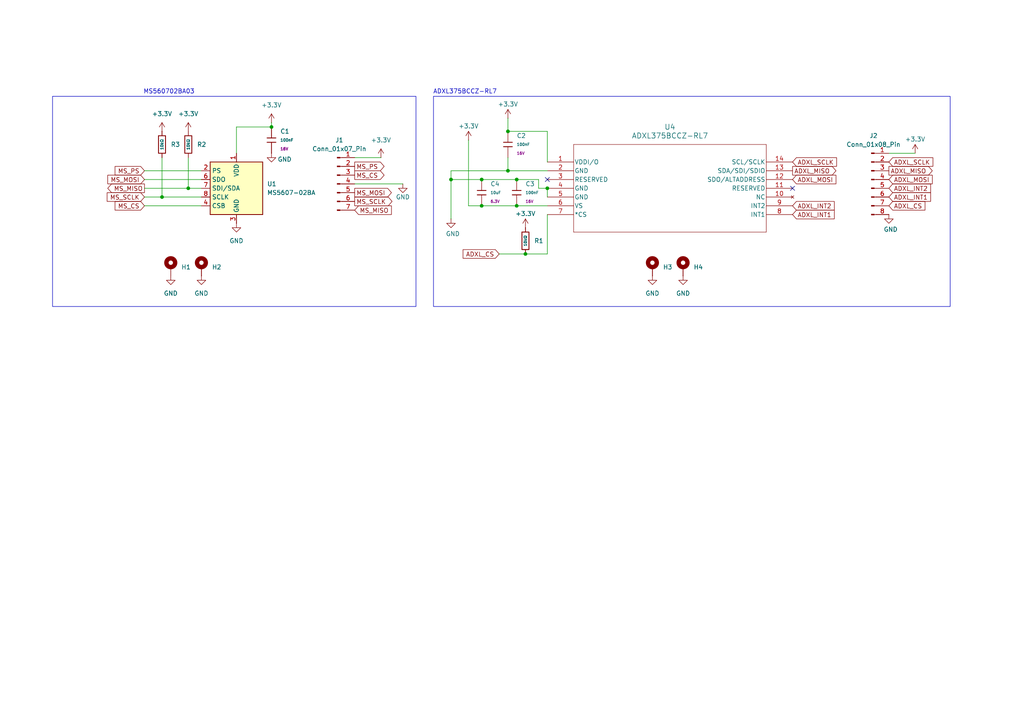
<source format=kicad_sch>
(kicad_sch (version 20250114) (generator "eeschema") (generator_version "9.0")
  (paper "A4")
  (lib_symbols
    (symbol "0402,100nF_1" (pin_numbers (hide yes)) (pin_names (offset 0))
      (property "Reference" "C" (at 2.032 1.668 0))
      (property "Value" "100nF" (at 2.032 -0.3782 0))
      (property "Voltage Rated" "16V" (at 2.032 -2.0462 0))
      (symbol "0402,100nF_1_0_1"
        (polyline (pts (xy -1.27 0.635) (xy 1.27 0.635)) (stroke (width 0.254)))
        (polyline (pts (xy -1.27 -0.635) (xy 1.27 -0.635)) (stroke (width 0.254)))
      )
      (symbol "0402,100nF_1_1_1"
        (pin passive line (at 0 3.81 270) (length 3.175) (name "~") (number "1"))
        (pin passive line (at 0 -3.81 90) (length 3.175) (name "~") (number "2"))
      )
    )
    (symbol "2025-10-20_11-30-24:ADXL375BCCZ-RL7" (pin_names (offset 0.254))
      (property "Reference" "U" (at 35.56 10.16 0))
      (property "Value" "ADXL375BCCZ-RL7" (at 35.56 7.62 0))
      (symbol "ADXL375BCCZ-RL7_0_1"
        (polyline (pts (xy 7.62 5.08) (xy 7.62 -20.32)) (stroke (width 0.127)))
        (polyline (pts (xy 7.62 -20.32) (xy 63.5 -20.32)) (stroke (width 0.127)))
        (polyline (pts (xy 63.5 5.08) (xy 7.62 5.08)) (stroke (width 0.127)))
        (polyline (pts (xy 63.5 -20.32) (xy 63.5 5.08)) (stroke (width 0.127)))
        (pin power_in line (at 0 0 0) (length 7.62) (name "VDDI/O") (number "1"))
        (pin power_out line (at 0 -2.54 0) (length 7.62) (name "GND") (number "2"))
        (pin unspecified line (at 0 -5.08 0) (length 7.62) (name "RESERVED") (number "3"))
        (pin power_out line (at 0 -7.62 0) (length 7.62) (name "GND") (number "4"))
        (pin power_out line (at 0 -10.16 0) (length 7.62) (name "GND") (number "5"))
        (pin unspecified line (at 0 -12.7 0) (length 7.62) (name "VS") (number "6"))
        (pin unspecified line (at 0 -15.24 0) (length 7.62) (name "*CS") (number "7"))
        (pin unspecified line (at 71.12 0 180) (length 7.62) (name "SCL/SCLK") (number "14"))
        (pin unspecified line (at 71.12 -2.54 180) (length 7.62) (name "SDA/SDI/SDIO") (number "13"))
        (pin unspecified line (at 71.12 -5.08 180) (length 7.62) (name "SDO/ALTADDRESS") (number "12"))
        (pin unspecified line (at 71.12 -7.62 180) (length 7.62) (name "RESERVED") (number "11"))
        (pin no_connect line (at 71.12 -10.16 180) (length 7.62) (name "NC") (number "10"))
        (pin bidirectional line (at 71.12 -12.7 180) (length 7.62) (name "INT2") (number "9"))
        (pin bidirectional line (at 71.12 -15.24 180) (length 7.62) (name "INT1") (number "8"))
      )
    )
    (symbol "Connector:Conn_01x07_Pin" (pin_names (offset 1.016) (hide yes))
      (property "Reference" "J" (at 0 10.16 0))
      (property "Value" "Conn_01x07_Pin" (at 0 -10.16 0))
      (symbol "Conn_01x07_Pin_1_1"
        (rectangle (start 0.8636 7.747) (end 0 7.493) (stroke (width 0.1524)) (fill (type outline)))
        (rectangle (start 0.8636 5.207) (end 0 4.953) (stroke (width 0.1524)) (fill (type outline)))
        (rectangle (start 0.8636 2.667) (end 0 2.413) (stroke (width 0.1524)) (fill (type outline)))
        (rectangle (start 0.8636 0.127) (end 0 -0.127) (stroke (width 0.1524)) (fill (type outline)))
        (rectangle (start 0.8636 -2.413) (end 0 -2.667) (stroke (width 0.1524)) (fill (type outline)))
        (rectangle (start 0.8636 -4.953) (end 0 -5.207) (stroke (width 0.1524)) (fill (type outline)))
        (rectangle (start 0.8636 -7.493) (end 0 -7.747) (stroke (width 0.1524)) (fill (type outline)))
        (polyline (pts (xy 1.27 7.62) (xy 0.8636 7.62)) (stroke (width 0.1524)))
        (polyline (pts (xy 1.27 5.08) (xy 0.8636 5.08)) (stroke (width 0.1524)))
        (polyline (pts (xy 1.27 2.54) (xy 0.8636 2.54)) (stroke (width 0.1524)))
        (polyline (pts (xy 1.27 0) (xy 0.8636 0)) (stroke (width 0.1524)))
        (polyline (pts (xy 1.27 -2.54) (xy 0.8636 -2.54)) (stroke (width 0.1524)))
        (polyline (pts (xy 1.27 -5.08) (xy 0.8636 -5.08)) (stroke (width 0.1524)))
        (polyline (pts (xy 1.27 -7.62) (xy 0.8636 -7.62)) (stroke (width 0.1524)))
        (pin passive line (at 5.08 7.62 180) (length 3.81) (name "Pin_1") (number "1"))
        (pin passive line (at 5.08 5.08 180) (length 3.81) (name "Pin_2") (number "2"))
        (pin passive line (at 5.08 2.54 180) (length 3.81) (name "Pin_3") (number "3"))
        (pin passive line (at 5.08 0 180) (length 3.81) (name "Pin_4") (number "4"))
        (pin passive line (at 5.08 -2.54 180) (length 3.81) (name "Pin_5") (number "5"))
        (pin passive line (at 5.08 -5.08 180) (length 3.81) (name "Pin_6") (number "6"))
        (pin passive line (at 5.08 -7.62 180) (length 3.81) (name "Pin_7") (number "7"))
      )
    )
    (symbol "Connector:Conn_01x08_Pin" (pin_names (offset 1.016) (hide yes))
      (property "Reference" "J" (at 0 10.16 0))
      (property "Value" "Conn_01x08_Pin" (at 0 -12.7 0))
      (symbol "Conn_01x08_Pin_1_1"
        (rectangle (start 0.8636 7.747) (end 0 7.493) (stroke (width 0.1524)) (fill (type outline)))
        (rectangle (start 0.8636 5.207) (end 0 4.953) (stroke (width 0.1524)) (fill (type outline)))
        (rectangle (start 0.8636 2.667) (end 0 2.413) (stroke (width 0.1524)) (fill (type outline)))
        (rectangle (start 0.8636 0.127) (end 0 -0.127) (stroke (width 0.1524)) (fill (type outline)))
        (rectangle (start 0.8636 -2.413) (end 0 -2.667) (stroke (width 0.1524)) (fill (type outline)))
        (rectangle (start 0.8636 -4.953) (end 0 -5.207) (stroke (width 0.1524)) (fill (type outline)))
        (rectangle (start 0.8636 -7.493) (end 0 -7.747) (stroke (width 0.1524)) (fill (type outline)))
        (rectangle (start 0.8636 -10.033) (end 0 -10.287) (stroke (width 0.1524)) (fill (type outline)))
        (polyline (pts (xy 1.27 7.62) (xy 0.8636 7.62)) (stroke (width 0.1524)))
        (polyline (pts (xy 1.27 5.08) (xy 0.8636 5.08)) (stroke (width 0.1524)))
        (polyline (pts (xy 1.27 2.54) (xy 0.8636 2.54)) (stroke (width 0.1524)))
        (polyline (pts (xy 1.27 0) (xy 0.8636 0)) (stroke (width 0.1524)))
        (polyline (pts (xy 1.27 -2.54) (xy 0.8636 -2.54)) (stroke (width 0.1524)))
        (polyline (pts (xy 1.27 -5.08) (xy 0.8636 -5.08)) (stroke (width 0.1524)))
        (polyline (pts (xy 1.27 -7.62) (xy 0.8636 -7.62)) (stroke (width 0.1524)))
        (polyline (pts (xy 1.27 -10.16) (xy 0.8636 -10.16)) (stroke (width 0.1524)))
        (pin passive line (at 5.08 7.62 180) (length 3.81) (name "Pin_1") (number "1"))
        (pin passive line (at 5.08 5.08 180) (length 3.81) (name "Pin_2") (number "2"))
        (pin passive line (at 5.08 2.54 180) (length 3.81) (name "Pin_3") (number "3"))
        (pin passive line (at 5.08 0 180) (length 3.81) (name "Pin_4") (number "4"))
        (pin passive line (at 5.08 -2.54 180) (length 3.81) (name "Pin_5") (number "5"))
        (pin passive line (at 5.08 -5.08 180) (length 3.81) (name "Pin_6") (number "6"))
        (pin passive line (at 5.08 -7.62 180) (length 3.81) (name "Pin_7") (number "7"))
        (pin passive line (at 5.08 -10.16 180) (length 3.81) (name "Pin_8") (number "8"))
      )
    )
    (symbol "Mechanical:MountingHole_Pad" (pin_numbers (hide yes)) (pin_names (offset 1.016) (hide yes)) (in_bom no)
      (property "Reference" "H" (at 0 6.35 0))
      (property "Value" "MountingHole_Pad" (at 0 4.445 0))
      (symbol "MountingHole_Pad_0_1"
        (circle (center 0 1.27) (radius 1.27) (stroke (width 1.27)))
      )
      (symbol "MountingHole_Pad_1_1"
        (pin input line (at 0 -2.54 90) (length 2.54) (name "1") (number "1"))
      )
    )
    (symbol "PCM_JLCPCB-Capacitors:0402,10uF" (pin_numbers (hide yes)) (pin_names (offset 0))
      (property "Reference" "C" (at 2.032 1.668 0))
      (property "Value" "10uF" (at 2.032 -0.3782 0))
      (property "Voltage Rated" "6.3V" (at 2.032 -2.0462 0))
      (symbol "0402,10uF_0_1"
        (polyline (pts (xy -1.27 0.635) (xy 1.27 0.635)) (stroke (width 0.254)))
        (polyline (pts (xy -1.27 -0.635) (xy 1.27 -0.635)) (stroke (width 0.254)))
      )
      (symbol "0402,10uF_1_1"
        (pin passive line (at 0 3.81 270) (length 3.175) (name "~") (number "1"))
        (pin passive line (at 0 -3.81 90) (length 3.175) (name "~") (number "2"))
      )
    )
    (symbol "PCM_JLCPCB-Resistors:0402,10kΩ" (pin_numbers (hide yes)) (pin_names (offset 0))
      (property "Reference" "R" (at 1.778 0 0))
      (property "Value" "10kΩ" (at 0 0 90))
      (symbol "0402,10kΩ_0_1"
        (rectangle (start -1.016 2.54) (end 1.016 -2.54) (stroke (width 0.254)))
      )
      (symbol "0402,10kΩ_1_1"
        (pin passive line (at 0 3.81 270) (length 1.27) (name "~") (number "1"))
        (pin passive line (at 0 -3.81 90) (length 1.27) (name "~") (number "2"))
      )
    )
    (symbol "Sensor_Pressure:MS5607-02BA"
      (property "Reference" "U" (at -6.35 8.89 0))
      (property "Value" "MS5607-02BA" (at 7.62 8.89 0))
      (symbol "MS5607-02BA_0_1"
        (rectangle (start -7.62 7.62) (end 7.62 -7.62) (stroke (width 0.254)) (fill (type background)))
      )
      (symbol "MS5607-02BA_1_1"
        (pin input line (at -10.16 5.08 0) (length 2.54) (name "PS") (number "2"))
        (pin output line (at -10.16 2.54 0) (length 2.54) (name "SDO") (number "6"))
        (pin bidirectional line (at -10.16 0 0) (length 2.54) (name "SDI/SDA") (number "7"))
        (pin input line (at -10.16 -2.54 0) (length 2.54) (name "SCLK") (number "8"))
        (pin input line (at -10.16 -5.08 0) (length 2.54) (name "CSB") (number "4"))
        (pin input line (at -10.16 -5.08 0) (length 2.54) (hide yes) (name "CSB") (number "5"))
        (pin power_in line (at 0 10.16 270) (length 2.54) (name "VDD") (number "1"))
        (pin power_in line (at 0 -10.16 90) (length 2.54) (name "GND") (number "3"))
      )
    )
    (symbol "power:+3.3V" (power) (pin_numbers (hide yes)) (pin_names (offset 0) (hide yes))
      (property "Value" "+3.3V" (at 0 3.556 0))
      (symbol "+3.3V_0_1"
        (polyline (pts (xy -0.762 1.27) (xy 0 2.54)))
        (polyline (pts (xy 0 2.54) (xy 0.762 1.27)))
        (polyline (pts (xy 0 0) (xy 0 2.54)))
      )
      (symbol "+3.3V_1_1"
        (pin power_in line (at 0 0 90) (length 0) (name "~") (number "1"))
      )
    )
    (symbol "power:GND" (power) (pin_numbers (hide yes)) (pin_names (offset 0) (hide yes))
      (property "Value" "GND" (at 0 -3.81 0))
      (symbol "GND_0_1"
        (polyline (pts (xy 0 0) (xy 0 -1.27) (xy 1.27 -1.27) (xy 0 -2.54) (xy -1.27 -1.27) (xy 0 -1.27)))
      )
      (symbol "GND_1_1"
        (pin power_in line (at 0 0 270) (length 0) (name "~") (number "1"))
      )
    )
  )
  (rectangle (start 125.73 27.94) (end 275.59 88.9))
  (rectangle (start 15.24 27.94) (end 120.65 88.9))
  (text "ADXL375BCCZ-RL7\n" (at 134.874 26.67 0) (effects (font (size 1.27 1.27))))
  (text "MS560702BA03" (at 49.022 26.67 0) (effects (font (size 1.27 1.27))))
  (junction (at 158.75 54.61))
  (junction (at 149.86 59.69))
  (junction (at 147.32 38.1))
  (junction (at 130.81 52.07))
  (junction (at 149.86 52.07))
  (junction (at 139.7 52.07))
  (junction (at 78.74 36.83))
  (junction (at 147.32 49.53))
  (junction (at 54.61 54.61))
  (junction (at 46.99 57.15))
  (junction (at 152.4 73.66))
  (junction (at 139.7 59.69))
  (no_connect (at 158.75 52.07))
  (no_connect (at 229.87 54.61))
  (wire (pts (xy 135.89 40.64) (xy 135.89 59.69)))
  (wire (pts (xy 102.87 45.72) (xy 110.49 45.72)))
  (wire (pts (xy 149.86 52.07) (xy 156.21 52.07)))
  (wire (pts (xy 130.81 52.07) (xy 130.81 63.5)))
  (wire (pts (xy 41.91 52.07) (xy 58.42 52.07)))
  (wire (pts (xy 147.32 45.72) (xy 147.32 49.53)))
  (wire (pts (xy 135.89 59.69) (xy 139.7 59.69)))
  (wire (pts (xy 41.91 57.15) (xy 46.99 57.15)))
  (wire (pts (xy 257.81 44.45) (xy 265.43 44.45)))
  (wire (pts (xy 130.81 49.53) (xy 130.81 52.07)))
  (wire (pts (xy 41.91 54.61) (xy 54.61 54.61)))
  (wire (pts (xy 54.61 45.72) (xy 54.61 54.61)))
  (wire (pts (xy 158.75 73.66) (xy 158.75 62.23)))
  (wire (pts (xy 139.7 59.69) (xy 149.86 59.69)))
  (wire (pts (xy 78.74 35.56) (xy 78.74 36.83)))
  (wire (pts (xy 46.99 45.72) (xy 46.99 57.15)))
  (wire (pts (xy 158.75 54.61) (xy 158.75 57.15)))
  (wire (pts (xy 54.61 54.61) (xy 58.42 54.61)))
  (wire (pts (xy 102.87 53.34) (xy 116.84 53.34)))
  (wire (pts (xy 68.58 44.45) (xy 68.58 36.83)))
  (wire (pts (xy 139.7 52.07) (xy 149.86 52.07)))
  (wire (pts (xy 130.81 52.07) (xy 139.7 52.07)))
  (wire (pts (xy 156.21 54.61) (xy 156.21 52.07)))
  (wire (pts (xy 147.32 34.29) (xy 147.32 38.1)))
  (wire (pts (xy 158.75 54.61) (xy 156.21 54.61)))
  (wire (pts (xy 158.75 46.99) (xy 158.75 38.1)))
  (wire (pts (xy 149.86 59.69) (xy 158.75 59.69)))
  (wire (pts (xy 147.32 49.53) (xy 130.81 49.53)))
  (wire (pts (xy 152.4 73.66) (xy 158.75 73.66)))
  (wire (pts (xy 144.78 73.66) (xy 152.4 73.66)))
  (wire (pts (xy 41.91 59.69) (xy 58.42 59.69)))
  (wire (pts (xy 158.75 38.1) (xy 147.32 38.1)))
  (wire (pts (xy 46.99 57.15) (xy 58.42 57.15)))
  (wire (pts (xy 68.58 36.83) (xy 78.74 36.83)))
  (wire (pts (xy 158.75 49.53) (xy 147.32 49.53)))
  (wire (pts (xy 41.91 49.53) (xy 58.42 49.53)))
  (global_label "MS_MISO" (shape output) (at 41.91 54.61 180) (property "Intersheetrefs" "${INTERSHEET_REFS}" (effects (hide yes))))
  (global_label "MS_SCLK" (shape output) (at 102.87 58.42 0) (property "Intersheetrefs" "${INTERSHEET_REFS}" (effects (hide yes))))
  (global_label "MS_CS" (shape output) (at 102.87 50.8 0) (property "Intersheetrefs" "${INTERSHEET_REFS}" (effects (hide yes))))
  (global_label "ADXL_MISO" (shape output) (at 257.81 49.53 0) (property "Intersheetrefs" "${INTERSHEET_REFS}" (effects (hide yes))))
  (global_label "MS_MOSI" (shape output) (at 102.87 55.88 0) (property "Intersheetrefs" "${INTERSHEET_REFS}" (effects (hide yes))))
  (global_label "MS_PS" (shape output) (at 102.87 48.26 0) (property "Intersheetrefs" "${INTERSHEET_REFS}" (effects (hide yes))))
  (global_label "MS_CS" (shape input) (at 41.91 59.69 180) (property "Intersheetrefs" "${INTERSHEET_REFS}" (effects (hide yes))))
  (global_label "ADXL_MOSI" (shape input) (at 257.81 52.07 0) (property "Intersheetrefs" "${INTERSHEET_REFS}" (effects (hide yes))))
  (global_label "ADXL_INT1" (shape input) (at 229.87 62.23 0) (property "Intersheetrefs" "${INTERSHEET_REFS}" (effects (hide yes))))
  (global_label "MS_MISO" (shape input) (at 102.87 60.96 0) (property "Intersheetrefs" "${INTERSHEET_REFS}" (effects (hide yes))))
  (global_label "ADXL_MOSI" (shape input) (at 229.87 52.07 0) (property "Intersheetrefs" "${INTERSHEET_REFS}" (effects (hide yes))))
  (global_label "ADXL_MISO" (shape output) (at 229.87 49.53 0) (property "Intersheetrefs" "${INTERSHEET_REFS}" (effects (hide yes))))
  (global_label "ADXL_INT2" (shape input) (at 229.87 59.69 0) (property "Intersheetrefs" "${INTERSHEET_REFS}" (effects (hide yes))))
  (global_label "ADXL_INT2" (shape input) (at 257.81 54.61 0) (property "Intersheetrefs" "${INTERSHEET_REFS}" (effects (hide yes))))
  (global_label "ADXL_SCLK" (shape input) (at 257.81 46.99 0) (property "Intersheetrefs" "${INTERSHEET_REFS}" (effects (hide yes))))
  (global_label "MS_MOSI" (shape input) (at 41.91 52.07 180) (property "Intersheetrefs" "${INTERSHEET_REFS}" (effects (hide yes))))
  (global_label "MS_PS" (shape input) (at 41.91 49.53 180) (property "Intersheetrefs" "${INTERSHEET_REFS}" (effects (hide yes))))
  (global_label "ADXL_CS" (shape input) (at 144.78 73.66 180) (property "Intersheetrefs" "${INTERSHEET_REFS}" (effects (hide yes))))
  (global_label "ADXL_INT1" (shape input) (at 257.81 57.15 0) (property "Intersheetrefs" "${INTERSHEET_REFS}" (effects (hide yes))))
  (global_label "ADXL_CS" (shape input) (at 257.81 59.69 0) (property "Intersheetrefs" "${INTERSHEET_REFS}" (effects (hide yes))))
  (global_label "ADXL_SCLK" (shape input) (at 229.87 46.99 0) (property "Intersheetrefs" "${INTERSHEET_REFS}" (effects (hide yes))))
  (global_label "MS_SCLK" (shape input) (at 41.91 57.15 180) (property "Intersheetrefs" "${INTERSHEET_REFS}" (effects (hide yes))))
  (symbol (lib_id "power:+3.3V") (at 135.89 40.64 0) (unit 1)
    (property "Reference" "#PWR056" (effects (hide yes)))
    (property "Value" "+3.3V" (at 135.89 36.576 0))
    (property "Description" "Power symbol creates a global label with name \"+3.3V\"" (effects (hide yes)))
  )
  (symbol (lib_id "PCM_JLCPCB-Capacitors:0402,10uF") (at 139.7 55.88 0) (unit 1)
    (property "Reference" "C4" (at 142.24 53.3399 0) (effects (justify left)))
    (property "Value" "10uF" (at 142.24 55.88 0) (effects (font (size 0.8 0.8)) (justify left)))
    (property "Footprint" "PCM_JLCPCB:C_0805" (effects (hide yes)))
    (property "Datasheet" "https://www.lcsc.com/datasheet/lcsc_datasheet_2208231630_Samsung-Electro-Mechanics-CL05A106MQ5NUNC_C15525.pdf" (effects (hide yes)))
    (property "Description" "6.3V 10uF X5R ±20% 0402 Multilayer Ceramic Capacitors MLCC - SMD/SMT ROHS" (effects (hide yes)))
    (property "LCSC" "C15525" (effects (hide yes)))
    (property "Stock" "3940889" (effects (hide yes)))
    (property "Price" "0.009USD" (effects (hide yes)))
    (property "Process" "SMT" (effects (hide yes)))
    (property "Minimum Qty" "20" (effects (hide yes)))
    (property "Attrition Qty" "10" (effects (hide yes)))
    (property "Class" "Basic Component" (effects (hide yes)))
    (property "Category" "Capacitors,Multilayer Ceramic Capacitors MLCC - SMD/SMT" (effects (hide yes)))
    (property "Manufacturer" "Samsung Electro-Mechanics" (effects (hide yes)))
    (property "Part" "CL05A106MQ5NUNC" (effects (hide yes)))
    (property "Voltage Rated" "6.3V" (at 142.24 58.42 0) (effects (font (size 0.8 0.8)) (justify left)))
    (property "Tolerance" "±20%" (effects (hide yes)))
    (property "Capacitance" "10uF" (effects (hide yes)))
    (property "Temperature Coefficient" "X5R" (effects (hide yes)))
  )
  (symbol (lib_id "PCM_JLCPCB-Resistors:0402,10kΩ") (at 46.99 41.91 0) (unit 1)
    (property "Reference" "R3" (at 49.53 41.9099 0) (effects (justify left)))
    (property "Value" "10kΩ" (at 46.99 41.91 90) (effects (font (size 0.8 0.8))))
    (property "Footprint" "PCM_JLCPCB:R_0805" (effects (hide yes)))
    (property "Datasheet" "https://www.lcsc.com/datasheet/lcsc_datasheet_2411221126_UNI-ROYAL-Uniroyal-Elec-0402WGF1002TCE_C25744.pdf" (effects (hide yes)))
    (property "Description" "62.5mW Thick Film Resistors 50V ±100ppm/°C ±1% 10kΩ 0402 Chip Resistor - Surface Mount ROHS" (effects (hide yes)))
    (property "LCSC" "C25744" (effects (hide yes)))
    (property "Stock" "24372091" (effects (hide yes)))
    (property "Price" "0.004USD" (effects (hide yes)))
    (property "Process" "SMT" (effects (hide yes)))
    (property "Minimum Qty" "20" (effects (hide yes)))
    (property "Attrition Qty" "10" (effects (hide yes)))
    (property "Class" "Basic Component" (effects (hide yes)))
    (property "Category" "Resistors,Chip Resistor - Surface Mount" (effects (hide yes)))
    (property "Manufacturer" "UNI-ROYAL(Uniroyal Elec)" (effects (hide yes)))
    (property "Part" "0402WGF1002TCE" (effects (hide yes)))
    (property "Resistance" "10kΩ" (effects (hide yes)))
    (property "Power(Watts)" "62.5mW" (effects (hide yes)))
    (property "Type" "Thick Film Resistors" (effects (hide yes)))
    (property "Overload Voltage (Max)" "50V" (effects (hide yes)))
    (property "Operating Temperature Range" "-55°C~+155°C" (effects (hide yes)))
    (property "Tolerance" "±1%" (effects (hide yes)))
    (property "Temperature Coefficient" "±100ppm/°C" (effects (hide yes)))
  )
  (symbol (lib_id "Mechanical:MountingHole_Pad") (at 189.23 77.47 0) (unit 1) (in_bom no)
    (property "Reference" "H3" (at 192.278 77.47 0) (effects (justify left)))
    (property "Value" "MountingHole_Pad" (effects (hide yes)))
    (property "Footprint" "MountingHole:MountingHole_2.2mm_M2_DIN965_Pad" (effects (hide yes)))
    (property "Description" "Mounting Hole with connection" (effects (hide yes)))
  )
  (symbol (lib_id "power:+3.3V") (at 110.49 45.72 0) (unit 1)
    (property "Reference" "#PWR06" (effects (hide yes)))
    (property "Value" "+3.3V" (at 110.49 40.64 0))
    (property "Description" "Power symbol creates a global label with name \"+3.3V\"" (effects (hide yes)))
  )
  (symbol (lib_id "power:+3.3V") (at 46.99 38.1 0) (unit 1)
    (property "Reference" "#PWR014" (effects (hide yes)))
    (property "Value" "+3.3V" (at 46.99 33.02 0))
    (property "Description" "Power symbol creates a global label with name \"+3.3V\"" (effects (hide yes)))
  )
  (symbol (lib_id "PCM_JLCPCB-Resistors:0402,10kΩ") (at 54.61 41.91 0) (unit 1)
    (property "Reference" "R2" (at 57.15 41.9099 0) (effects (justify left)))
    (property "Value" "10kΩ" (at 54.61 41.91 90) (effects (font (size 0.8 0.8))))
    (property "Footprint" "PCM_JLCPCB:R_0805" (effects (hide yes)))
    (property "Datasheet" "https://www.lcsc.com/datasheet/lcsc_datasheet_2411221126_UNI-ROYAL-Uniroyal-Elec-0402WGF1002TCE_C25744.pdf" (effects (hide yes)))
    (property "Description" "62.5mW Thick Film Resistors 50V ±100ppm/°C ±1% 10kΩ 0402 Chip Resistor - Surface Mount ROHS" (effects (hide yes)))
    (property "LCSC" "C25744" (effects (hide yes)))
    (property "Stock" "24372091" (effects (hide yes)))
    (property "Price" "0.004USD" (effects (hide yes)))
    (property "Process" "SMT" (effects (hide yes)))
    (property "Minimum Qty" "20" (effects (hide yes)))
    (property "Attrition Qty" "10" (effects (hide yes)))
    (property "Class" "Basic Component" (effects (hide yes)))
    (property "Category" "Resistors,Chip Resistor - Surface Mount" (effects (hide yes)))
    (property "Manufacturer" "UNI-ROYAL(Uniroyal Elec)" (effects (hide yes)))
    (property "Part" "0402WGF1002TCE" (effects (hide yes)))
    (property "Resistance" "10kΩ" (effects (hide yes)))
    (property "Power(Watts)" "62.5mW" (effects (hide yes)))
    (property "Type" "Thick Film Resistors" (effects (hide yes)))
    (property "Overload Voltage (Max)" "50V" (effects (hide yes)))
    (property "Operating Temperature Range" "-55°C~+155°C" (effects (hide yes)))
    (property "Tolerance" "±1%" (effects (hide yes)))
    (property "Temperature Coefficient" "±100ppm/°C" (effects (hide yes)))
  )
  (symbol (lib_id "power:GND") (at 58.42 80.01 0) (unit 1)
    (property "Reference" "#PWR010" (effects (hide yes)))
    (property "Value" "GND" (at 58.42 85.09 0))
    (property "Description" "Power symbol creates a global label with name \"GND\" , ground" (effects (hide yes)))
  )
  (symbol (lib_id "PCM_JLCPCB-Resistors:0402,10kΩ") (at 152.4 69.85 0) (unit 1)
    (property "Reference" "R1" (at 154.94 69.8499 0) (effects (justify left)))
    (property "Value" "10kΩ" (at 152.4 69.85 90) (effects (font (size 0.8 0.8))))
    (property "Footprint" "PCM_JLCPCB:R_0805" (effects (hide yes)))
    (property "Datasheet" "https://www.lcsc.com/datasheet/lcsc_datasheet_2411221126_UNI-ROYAL-Uniroyal-Elec-0402WGF1002TCE_C25744.pdf" (effects (hide yes)))
    (property "Description" "62.5mW Thick Film Resistors 50V ±100ppm/°C ±1% 10kΩ 0402 Chip Resistor - Surface Mount ROHS" (effects (hide yes)))
    (property "LCSC" "C25744" (effects (hide yes)))
    (property "Stock" "24372091" (effects (hide yes)))
    (property "Price" "0.004USD" (effects (hide yes)))
    (property "Process" "SMT" (effects (hide yes)))
    (property "Minimum Qty" "20" (effects (hide yes)))
    (property "Attrition Qty" "10" (effects (hide yes)))
    (property "Class" "Basic Component" (effects (hide yes)))
    (property "Category" "Resistors,Chip Resistor - Surface Mount" (effects (hide yes)))
    (property "Manufacturer" "UNI-ROYAL(Uniroyal Elec)" (effects (hide yes)))
    (property "Part" "0402WGF1002TCE" (effects (hide yes)))
    (property "Resistance" "10kΩ" (effects (hide yes)))
    (property "Power(Watts)" "62.5mW" (effects (hide yes)))
    (property "Type" "Thick Film Resistors" (effects (hide yes)))
    (property "Overload Voltage (Max)" "50V" (effects (hide yes)))
    (property "Operating Temperature Range" "-55°C~+155°C" (effects (hide yes)))
    (property "Tolerance" "±1%" (effects (hide yes)))
    (property "Temperature Coefficient" "±100ppm/°C" (effects (hide yes)))
  )
  (symbol (lib_id "Sensor_Pressure:MS5607-02BA") (at 68.58 54.61 0) (unit 1)
    (property "Reference" "U1" (at 77.47 53.3399 0) (effects (justify left)))
    (property "Value" "MS5607-02BA" (at 77.47 55.8799 0) (effects (justify left)))
    (property "Footprint" "Package_LGA:LGA-8_3x5mm_P1.25mm" (effects (hide yes)))
    (property "Datasheet" "https://www.te.com/commerce/DocumentDelivery/DDEController?Action=showdoc&DocId=Data+Sheet%7FMS5607-02BA03%7FB2%7Fpdf%7FEnglish%7FENG_DS_MS5607-02BA03_B2.pdf%7FCAT-BLPS0035" (effects (hide yes)))
    (property "Description" "Barometric pressure sensor, 20cm resolution, 10 to 1200 mbar, I2C and SPI interface up to 20MHz, LGA-8" (effects (hide yes)))
  )
  (symbol (lib_id "power:GND") (at 49.53 80.01 0) (unit 1)
    (property "Reference" "#PWR09" (effects (hide yes)))
    (property "Value" "GND" (at 49.53 85.09 0))
    (property "Description" "Power symbol creates a global label with name \"GND\" , ground" (effects (hide yes)))
  )
  (symbol (lib_id "power:GND") (at 189.23 80.01 0) (unit 1)
    (property "Reference" "#PWR011" (effects (hide yes)))
    (property "Value" "GND" (at 189.23 85.09 0))
    (property "Description" "Power symbol creates a global label with name \"GND\" , ground" (effects (hide yes)))
  )
  (symbol (lib_id "Connector:Conn_01x08_Pin") (at 252.73 52.07 0) (unit 1)
    (property "Reference" "J2" (at 253.365 39.37 0))
    (property "Value" "Conn_01x08_Pin" (at 253.365 41.91 0))
    (property "Footprint" "Connector_PinHeader_2.54mm:PinHeader_1x08_P2.54mm_Vertical" (effects (hide yes)))
    (property "Description" "Generic connector, single row, 01x08, script generated" (effects (hide yes)))
  )
  (symbol (lib_id "Mechanical:MountingHole_Pad") (at 58.42 77.47 0) (unit 1) (in_bom no)
    (property "Reference" "H2" (at 61.468 77.47 0) (effects (justify left)))
    (property "Value" "MountingHole_Pad" (effects (hide yes)))
    (property "Footprint" "MountingHole:MountingHole_2.2mm_M2_DIN965_Pad" (effects (hide yes)))
    (property "Description" "Mounting Hole with connection" (effects (hide yes)))
  )
  (symbol (lib_id "power:GND") (at 130.81 63.5 0) (unit 1)
    (property "Reference" "#PWR055" (effects (hide yes)))
    (property "Value" "GND" (at 129.286 67.818 0) (effects (justify left)))
    (property "Description" "Power symbol creates a global label with name \"GND\" , ground" (effects (hide yes)))
  )
  (symbol (lib_id "power:+3.3V") (at 152.4 66.04 0) (unit 1)
    (property "Reference" "#PWR04" (effects (hide yes)))
    (property "Value" "+3.3V" (at 152.4 61.976 0))
    (property "Description" "Power symbol creates a global label with name \"+3.3V\"" (effects (hide yes)))
  )
  (symbol (lib_id "power:+3.3V") (at 265.43 44.45 0) (unit 1)
    (property "Reference" "#PWR07" (effects (hide yes)))
    (property "Value" "+3.3V" (at 265.43 40.386 0))
    (property "Description" "Power symbol creates a global label with name \"+3.3V\"" (effects (hide yes)))
  )
  (symbol (lib_id "power:+3.3V") (at 147.32 34.29 0) (unit 1)
    (property "Reference" "#PWR060" (effects (hide yes)))
    (property "Value" "+3.3V" (at 147.32 30.226 0))
    (property "Description" "Power symbol creates a global label with name \"+3.3V\"" (effects (hide yes)))
  )
  (symbol (lib_name "0402,100nF_1") (lib_id "PCM_JLCPCB-Capacitors:0402,100nF") (at 78.74 40.64 0) (unit 1)
    (property "Reference" "C1" (at 81.28 38.0999 0) (effects (justify left)))
    (property "Value" "100nF" (at 81.28 40.64 0) (effects (font (size 0.8 0.8)) (justify left)))
    (property "Footprint" "PCM_JLCPCB:C_0805" (effects (hide yes)))
    (property "Datasheet" "https://www.lcsc.com/datasheet/lcsc_datasheet_2304140030_Samsung-Electro-Mechanics-CL05B104KO5NNNC_C1525.pdf" (effects (hide yes)))
    (property "Description" "16V 100nF X7R ±10% 0402 Multilayer Ceramic Capacitors MLCC - SMD/SMT ROHS" (effects (hide yes)))
    (property "LCSC" "C1525" (effects (hide yes)))
    (property "Stock" "20208285" (effects (hide yes)))
    (property "Price" "0.004USD" (effects (hide yes)))
    (property "Process" "SMT" (effects (hide yes)))
    (property "Minimum Qty" "20" (effects (hide yes)))
    (property "Attrition Qty" "10" (effects (hide yes)))
    (property "Class" "Basic Component" (effects (hide yes)))
    (property "Category" "Capacitors,Multilayer Ceramic Capacitors MLCC - SMD/SMT" (effects (hide yes)))
    (property "Manufacturer" "Samsung Electro-Mechanics" (effects (hide yes)))
    (property "Part" "CL05B104KO5NNNC" (effects (hide yes)))
    (property "Voltage Rated" "16V" (at 81.28 43.18 0) (effects (font (size 0.8 0.8)) (justify left)))
    (property "Tolerance" "±10%" (effects (hide yes)))
    (property "Capacitance" "100nF" (effects (hide yes)))
    (property "Temperature Coefficient" "X7R" (effects (hide yes)))
  )
  (symbol (lib_name "0402,100nF_1") (lib_id "PCM_JLCPCB-Capacitors:0402,100nF") (at 147.32 41.91 0) (unit 1)
    (property "Reference" "C2" (at 149.86 39.3699 0) (effects (justify left)))
    (property "Value" "100nF" (at 149.86 41.91 0) (effects (font (size 0.8 0.8)) (justify left)))
    (property "Footprint" "PCM_JLCPCB:C_0805" (effects (hide yes)))
    (property "Datasheet" "https://www.lcsc.com/datasheet/lcsc_datasheet_2304140030_Samsung-Electro-Mechanics-CL05B104KO5NNNC_C1525.pdf" (effects (hide yes)))
    (property "Description" "16V 100nF X7R ±10% 0402 Multilayer Ceramic Capacitors MLCC - SMD/SMT ROHS" (effects (hide yes)))
    (property "LCSC" "C1525" (effects (hide yes)))
    (property "Stock" "20208285" (effects (hide yes)))
    (property "Price" "0.004USD" (effects (hide yes)))
    (property "Process" "SMT" (effects (hide yes)))
    (property "Minimum Qty" "20" (effects (hide yes)))
    (property "Attrition Qty" "10" (effects (hide yes)))
    (property "Class" "Basic Component" (effects (hide yes)))
    (property "Category" "Capacitors,Multilayer Ceramic Capacitors MLCC - SMD/SMT" (effects (hide yes)))
    (property "Manufacturer" "Samsung Electro-Mechanics" (effects (hide yes)))
    (property "Part" "CL05B104KO5NNNC" (effects (hide yes)))
    (property "Voltage Rated" "16V" (at 149.86 44.45 0) (effects (font (size 0.8 0.8)) (justify left)))
    (property "Tolerance" "±10%" (effects (hide yes)))
    (property "Capacitance" "100nF" (effects (hide yes)))
    (property "Temperature Coefficient" "X7R" (effects (hide yes)))
  )
  (symbol (lib_name "0402,100nF_1") (lib_id "PCM_JLCPCB-Capacitors:0402,100nF") (at 149.86 55.88 0) (unit 1)
    (property "Reference" "C3" (at 152.4 53.3399 0) (effects (justify left)))
    (property "Value" "100nF" (at 152.4 55.88 0) (effects (font (size 0.8 0.8)) (justify left)))
    (property "Footprint" "PCM_JLCPCB:C_0805" (effects (hide yes)))
    (property "Datasheet" "https://www.lcsc.com/datasheet/lcsc_datasheet_2304140030_Samsung-Electro-Mechanics-CL05B104KO5NNNC_C1525.pdf" (effects (hide yes)))
    (property "Description" "16V 100nF X7R ±10% 0402 Multilayer Ceramic Capacitors MLCC - SMD/SMT ROHS" (effects (hide yes)))
    (property "LCSC" "C1525" (effects (hide yes)))
    (property "Stock" "20208285" (effects (hide yes)))
    (property "Price" "0.004USD" (effects (hide yes)))
    (property "Process" "SMT" (effects (hide yes)))
    (property "Minimum Qty" "20" (effects (hide yes)))
    (property "Attrition Qty" "10" (effects (hide yes)))
    (property "Class" "Basic Component" (effects (hide yes)))
    (property "Category" "Capacitors,Multilayer Ceramic Capacitors MLCC - SMD/SMT" (effects (hide yes)))
    (property "Manufacturer" "Samsung Electro-Mechanics" (effects (hide yes)))
    (property "Part" "CL05B104KO5NNNC" (effects (hide yes)))
    (property "Voltage Rated" "16V" (at 152.4 58.42 0) (effects (font (size 0.8 0.8)) (justify left)))
    (property "Tolerance" "±10%" (effects (hide yes)))
    (property "Capacitance" "100nF" (effects (hide yes)))
    (property "Temperature Coefficient" "X7R" (effects (hide yes)))
  )
  (symbol (lib_id "power:GND") (at 198.12 80.01 0) (unit 1)
    (property "Reference" "#PWR012" (effects (hide yes)))
    (property "Value" "GND" (at 198.12 85.09 0))
    (property "Description" "Power symbol creates a global label with name \"GND\" , ground" (effects (hide yes)))
  )
  (symbol (lib_id "power:+3.3V") (at 78.74 35.56 0) (unit 1)
    (property "Reference" "#PWR02" (effects (hide yes)))
    (property "Value" "+3.3V" (at 78.74 30.48 0))
    (property "Description" "Power symbol creates a global label with name \"+3.3V\"" (effects (hide yes)))
  )
  (symbol (lib_id "power:GND") (at 68.58 64.77 0) (unit 1)
    (property "Reference" "#PWR01" (effects (hide yes)))
    (property "Value" "GND" (at 68.58 69.85 0))
    (property "Description" "Power symbol creates a global label with name \"GND\" , ground" (effects (hide yes)))
  )
  (symbol (lib_id "Connector:Conn_01x07_Pin") (at 97.79 53.34 0) (unit 1)
    (property "Reference" "J1" (at 98.425 40.64 0))
    (property "Value" "Conn_01x07_Pin" (at 98.425 43.18 0))
    (property "Footprint" "Connector_PinHeader_2.54mm:PinHeader_1x07_P2.54mm_Vertical" (effects (hide yes)))
    (property "Description" "Generic connector, single row, 01x07, script generated" (effects (hide yes)))
  )
  (symbol (lib_id "power:GND") (at 78.74 44.45 0) (unit 1)
    (property "Reference" "#PWR03" (effects (hide yes)))
    (property "Value" "GND" (at 82.55 46.228 0))
    (property "Description" "Power symbol creates a global label with name \"GND\" , ground" (effects (hide yes)))
  )
  (symbol (lib_id "power:+3.3V") (at 54.61 38.1 0) (unit 1)
    (property "Reference" "#PWR013" (effects (hide yes)))
    (property "Value" "+3.3V" (at 54.61 33.02 0))
    (property "Description" "Power symbol creates a global label with name \"+3.3V\"" (effects (hide yes)))
  )
  (symbol (lib_id "Mechanical:MountingHole_Pad") (at 49.53 77.47 0) (unit 1) (in_bom no)
    (property "Reference" "H1" (at 52.578 77.47 0) (effects (justify left)))
    (property "Value" "MountingHole_Pad" (effects (hide yes)))
    (property "Footprint" "MountingHole:MountingHole_2.2mm_M2_DIN965_Pad" (effects (hide yes)))
    (property "Description" "Mounting Hole with connection" (effects (hide yes)))
  )
  (symbol (lib_id "power:GND") (at 257.81 62.23 0) (unit 1)
    (property "Reference" "#PWR08" (effects (hide yes)))
    (property "Value" "GND" (at 256.286 66.548 0) (effects (justify left)))
    (property "Description" "Power symbol creates a global label with name \"GND\" , ground" (effects (hide yes)))
  )
  (symbol (lib_id "2025-10-20_11-30-24:ADXL375BCCZ-RL7") (at 158.75 46.99 0) (unit 1)
    (property "Reference" "U4" (at 194.31 36.83 0) (effects (font (size 1.524 1.524))))
    (property "Value" "ADXL375BCCZ-RL7" (at 194.31 39.37 0) (effects (font (size 1.524 1.524))))
    (property "Footprint" "LGA_CC-14-1_ADI" (effects (hide yes)))
    (property "Datasheet" "https://www.analog.com/media/en/technical-documentation/data-sheets/ADXL375-EP.pdf" (effects (hide yes)))
  )
  (symbol (lib_id "power:GND") (at 116.84 53.34 0) (unit 1)
    (property "Reference" "#PWR05" (effects (hide yes)))
    (property "Value" "GND" (at 116.84 57.15 0))
    (property "Description" "Power symbol creates a global label with name \"GND\" , ground" (effects (hide yes)))
  )
  (symbol (lib_id "Mechanical:MountingHole_Pad") (at 198.12 77.47 0) (unit 1) (in_bom no)
    (property "Reference" "H4" (at 201.168 77.47 0) (effects (justify left)))
    (property "Value" "MountingHole_Pad" (effects (hide yes)))
    (property "Footprint" "MountingHole:MountingHole_2.2mm_M2_DIN965_Pad" (effects (hide yes)))
    (property "Description" "Mounting Hole with connection" (effects (hide yes)))
  )
)
</source>
